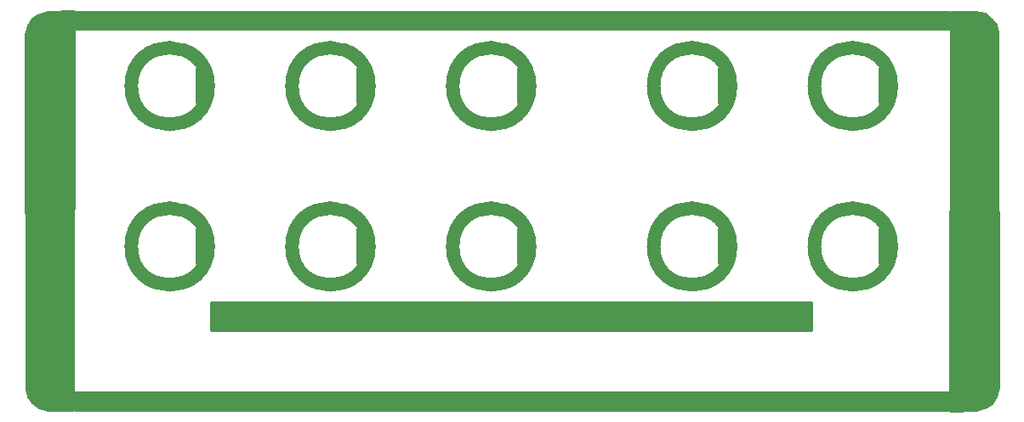
<source format=gts>
G04 #@! TF.FileFunction,Soldermask,Top*
%FSLAX46Y46*%
G04 Gerber Fmt 4.6, Leading zero omitted, Abs format (unit mm)*
G04 Created by KiCad (PCBNEW no-bzr-kicad_new3d-viewer) date 07/10/16 17:34:00*
%MOMM*%
%LPD*%
G01*
G04 APERTURE LIST*
%ADD10C,0.150000*%
%ADD11C,0.700000*%
%ADD12C,1.350000*%
%ADD13C,0.254000*%
G04 APERTURE END LIST*
D10*
D11*
X118820000Y-59250000D02*
X118820000Y-62450000D01*
D12*
X119730000Y-60850000D02*
G75*
G03X119730000Y-60850000I-3830000J0D01*
G01*
D11*
X102820000Y-59250000D02*
X102820000Y-62450000D01*
D12*
X103730000Y-60850000D02*
G75*
G03X103730000Y-60850000I-3830000J0D01*
G01*
D11*
X118820000Y-43250000D02*
X118820000Y-46450000D01*
D12*
X119730000Y-44850000D02*
G75*
G03X119730000Y-44850000I-3830000J0D01*
G01*
D11*
X102820000Y-43250000D02*
X102820000Y-46450000D01*
D12*
X103730000Y-44850000D02*
G75*
G03X103730000Y-44850000I-3830000J0D01*
G01*
D11*
X82820000Y-59250000D02*
X82820000Y-62450000D01*
D12*
X83730000Y-60850000D02*
G75*
G03X83730000Y-60850000I-3830000J0D01*
G01*
D11*
X66820000Y-59250000D02*
X66820000Y-62450000D01*
D12*
X67730000Y-60850000D02*
G75*
G03X67730000Y-60850000I-3830000J0D01*
G01*
D11*
X50820000Y-59250000D02*
X50820000Y-62450000D01*
D12*
X51730000Y-60850000D02*
G75*
G03X51730000Y-60850000I-3830000J0D01*
G01*
D11*
X82820000Y-43250000D02*
X82820000Y-46450000D01*
D12*
X83730000Y-44850000D02*
G75*
G03X83730000Y-44850000I-3830000J0D01*
G01*
D11*
X66820000Y-43250000D02*
X66820000Y-46450000D01*
D12*
X67730000Y-44850000D02*
G75*
G03X67730000Y-44850000I-3830000J0D01*
G01*
D11*
X50820000Y-43250000D02*
X50820000Y-46450000D01*
D12*
X51730000Y-44850000D02*
G75*
G03X51730000Y-44850000I-3830000J0D01*
G01*
D13*
G36*
X125479034Y-39167890D02*
X38433034Y-39167890D01*
X38433034Y-37421890D01*
X125479034Y-37421890D01*
X125479034Y-39167890D01*
X125479034Y-39167890D01*
G37*
X125479034Y-39167890D02*
X38433034Y-39167890D01*
X38433034Y-37421890D01*
X125479034Y-37421890D01*
X125479034Y-39167890D01*
G36*
X38433034Y-77167890D02*
X125479034Y-77167890D01*
X125479034Y-75421890D01*
X38433034Y-75421890D01*
X38433034Y-77167890D01*
X38433034Y-77167890D01*
G37*
X38433034Y-77167890D02*
X125479034Y-77167890D01*
X125479034Y-75421890D01*
X38433034Y-75421890D01*
X38433034Y-77167890D01*
G36*
X52013876Y-69167890D02*
X111809876Y-69167890D01*
X111809876Y-66421890D01*
X52013876Y-66421890D01*
X52013876Y-69167890D01*
X52013876Y-69167890D01*
G37*
X52013876Y-69167890D02*
X111809876Y-69167890D01*
X111809876Y-66421890D01*
X52013876Y-66421890D01*
X52013876Y-69167890D01*
G36*
X38273316Y-77173000D02*
X35816429Y-77173000D01*
X34907770Y-76933879D01*
X34241588Y-76410450D01*
X33816320Y-75843427D01*
X33609848Y-75073016D01*
X33559892Y-39753501D01*
X33768473Y-38802637D01*
X34243100Y-38138159D01*
X34711647Y-37763321D01*
X35721712Y-37426633D01*
X38372676Y-37379294D01*
X38273316Y-77173000D01*
X38273316Y-77173000D01*
G37*
X38273316Y-77173000D02*
X35816429Y-77173000D01*
X34907770Y-76933879D01*
X34241588Y-76410450D01*
X33816320Y-75843427D01*
X33609848Y-75073016D01*
X33559892Y-39753501D01*
X33768473Y-38802637D01*
X34243100Y-38138159D01*
X34711647Y-37763321D01*
X35721712Y-37426633D01*
X38372676Y-37379294D01*
X38273316Y-77173000D01*
G36*
X129048875Y-37666121D02*
X129715057Y-38189550D01*
X130140325Y-38756573D01*
X130346797Y-39526984D01*
X130396753Y-74846499D01*
X130188172Y-75797363D01*
X129713545Y-76461841D01*
X129244998Y-76836679D01*
X128234933Y-77173367D01*
X125583969Y-77220706D01*
X125683329Y-37427000D01*
X128140216Y-37427000D01*
X129048875Y-37666121D01*
X129048875Y-37666121D01*
G37*
X129048875Y-37666121D02*
X129715057Y-38189550D01*
X130140325Y-38756573D01*
X130346797Y-39526984D01*
X130396753Y-74846499D01*
X130188172Y-75797363D01*
X129713545Y-76461841D01*
X129244998Y-76836679D01*
X128234933Y-77173367D01*
X125583969Y-77220706D01*
X125683329Y-37427000D01*
X128140216Y-37427000D01*
X129048875Y-37666121D01*
M02*

</source>
